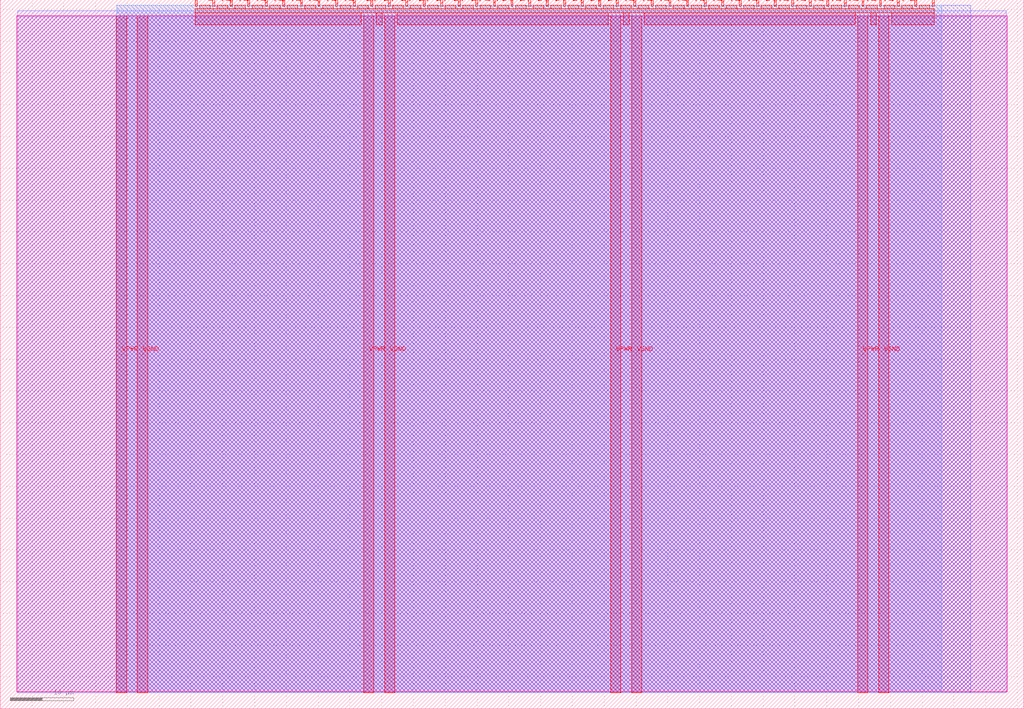
<source format=lef>
VERSION 5.7 ;
  NOWIREEXTENSIONATPIN ON ;
  DIVIDERCHAR "/" ;
  BUSBITCHARS "[]" ;
MACRO tt_um_algofoogle_tt09_ring_osc
  CLASS BLOCK ;
  FOREIGN tt_um_algofoogle_tt09_ring_osc ;
  ORIGIN 0.000 0.000 ;
  SIZE 161.000 BY 111.520 ;
  PIN VGND
    DIRECTION INOUT ;
    USE GROUND ;
    PORT
      LAYER met4 ;
        RECT 21.580 2.480 23.180 109.040 ;
    END
    PORT
      LAYER met4 ;
        RECT 60.450 2.480 62.050 109.040 ;
    END
    PORT
      LAYER met4 ;
        RECT 99.320 2.480 100.920 109.040 ;
    END
    PORT
      LAYER met4 ;
        RECT 138.190 2.480 139.790 109.040 ;
    END
  END VGND
  PIN VPWR
    DIRECTION INOUT ;
    USE POWER ;
    PORT
      LAYER met4 ;
        RECT 18.280 2.480 19.880 109.040 ;
    END
    PORT
      LAYER met4 ;
        RECT 57.150 2.480 58.750 109.040 ;
    END
    PORT
      LAYER met4 ;
        RECT 96.020 2.480 97.620 109.040 ;
    END
    PORT
      LAYER met4 ;
        RECT 134.890 2.480 136.490 109.040 ;
    END
  END VPWR
  PIN clk
    DIRECTION INPUT ;
    USE SIGNAL ;
    PORT
      LAYER met4 ;
        RECT 143.830 110.520 144.130 111.520 ;
    END
  END clk
  PIN ena
    DIRECTION INPUT ;
    USE SIGNAL ;
    ANTENNAGATEAREA 0.196500 ;
    PORT
      LAYER met4 ;
        RECT 146.590 110.520 146.890 111.520 ;
    END
  END ena
  PIN rst_n
    DIRECTION INPUT ;
    USE SIGNAL ;
    ANTENNAGATEAREA 0.196500 ;
    PORT
      LAYER met4 ;
        RECT 141.070 110.520 141.370 111.520 ;
    END
  END rst_n
  PIN ui_in[0]
    DIRECTION INPUT ;
    USE SIGNAL ;
    ANTENNAGATEAREA 0.196500 ;
    PORT
      LAYER met4 ;
        RECT 138.310 110.520 138.610 111.520 ;
    END
  END ui_in[0]
  PIN ui_in[1]
    DIRECTION INPUT ;
    USE SIGNAL ;
    ANTENNAGATEAREA 0.196500 ;
    PORT
      LAYER met4 ;
        RECT 135.550 110.520 135.850 111.520 ;
    END
  END ui_in[1]
  PIN ui_in[2]
    DIRECTION INPUT ;
    USE SIGNAL ;
    ANTENNAGATEAREA 0.196500 ;
    PORT
      LAYER met4 ;
        RECT 132.790 110.520 133.090 111.520 ;
    END
  END ui_in[2]
  PIN ui_in[3]
    DIRECTION INPUT ;
    USE SIGNAL ;
    ANTENNAGATEAREA 0.196500 ;
    PORT
      LAYER met4 ;
        RECT 130.030 110.520 130.330 111.520 ;
    END
  END ui_in[3]
  PIN ui_in[4]
    DIRECTION INPUT ;
    USE SIGNAL ;
    ANTENNAGATEAREA 0.196500 ;
    PORT
      LAYER met4 ;
        RECT 127.270 110.520 127.570 111.520 ;
    END
  END ui_in[4]
  PIN ui_in[5]
    DIRECTION INPUT ;
    USE SIGNAL ;
    ANTENNAGATEAREA 0.196500 ;
    PORT
      LAYER met4 ;
        RECT 124.510 110.520 124.810 111.520 ;
    END
  END ui_in[5]
  PIN ui_in[6]
    DIRECTION INPUT ;
    USE SIGNAL ;
    ANTENNAGATEAREA 0.196500 ;
    PORT
      LAYER met4 ;
        RECT 121.750 110.520 122.050 111.520 ;
    END
  END ui_in[6]
  PIN ui_in[7]
    DIRECTION INPUT ;
    USE SIGNAL ;
    ANTENNAGATEAREA 0.196500 ;
    PORT
      LAYER met4 ;
        RECT 118.990 110.520 119.290 111.520 ;
    END
  END ui_in[7]
  PIN uio_in[0]
    DIRECTION INPUT ;
    USE SIGNAL ;
    ANTENNAGATEAREA 0.196500 ;
    PORT
      LAYER met4 ;
        RECT 116.230 110.520 116.530 111.520 ;
    END
  END uio_in[0]
  PIN uio_in[1]
    DIRECTION INPUT ;
    USE SIGNAL ;
    ANTENNAGATEAREA 0.196500 ;
    PORT
      LAYER met4 ;
        RECT 113.470 110.520 113.770 111.520 ;
    END
  END uio_in[1]
  PIN uio_in[2]
    DIRECTION INPUT ;
    USE SIGNAL ;
    ANTENNAGATEAREA 0.196500 ;
    PORT
      LAYER met4 ;
        RECT 110.710 110.520 111.010 111.520 ;
    END
  END uio_in[2]
  PIN uio_in[3]
    DIRECTION INPUT ;
    USE SIGNAL ;
    ANTENNAGATEAREA 0.196500 ;
    PORT
      LAYER met4 ;
        RECT 107.950 110.520 108.250 111.520 ;
    END
  END uio_in[3]
  PIN uio_in[4]
    DIRECTION INPUT ;
    USE SIGNAL ;
    ANTENNAGATEAREA 0.196500 ;
    PORT
      LAYER met4 ;
        RECT 105.190 110.520 105.490 111.520 ;
    END
  END uio_in[4]
  PIN uio_in[5]
    DIRECTION INPUT ;
    USE SIGNAL ;
    ANTENNAGATEAREA 0.196500 ;
    PORT
      LAYER met4 ;
        RECT 102.430 110.520 102.730 111.520 ;
    END
  END uio_in[5]
  PIN uio_in[6]
    DIRECTION INPUT ;
    USE SIGNAL ;
    ANTENNAGATEAREA 0.196500 ;
    PORT
      LAYER met4 ;
        RECT 99.670 110.520 99.970 111.520 ;
    END
  END uio_in[6]
  PIN uio_in[7]
    DIRECTION INPUT ;
    USE SIGNAL ;
    ANTENNAGATEAREA 0.196500 ;
    PORT
      LAYER met4 ;
        RECT 96.910 110.520 97.210 111.520 ;
    END
  END uio_in[7]
  PIN uio_oe[0]
    DIRECTION OUTPUT ;
    USE SIGNAL ;
    PORT
      LAYER met4 ;
        RECT 49.990 110.520 50.290 111.520 ;
    END
  END uio_oe[0]
  PIN uio_oe[1]
    DIRECTION OUTPUT ;
    USE SIGNAL ;
    PORT
      LAYER met4 ;
        RECT 47.230 110.520 47.530 111.520 ;
    END
  END uio_oe[1]
  PIN uio_oe[2]
    DIRECTION OUTPUT ;
    USE SIGNAL ;
    PORT
      LAYER met4 ;
        RECT 44.470 110.520 44.770 111.520 ;
    END
  END uio_oe[2]
  PIN uio_oe[3]
    DIRECTION OUTPUT ;
    USE SIGNAL ;
    PORT
      LAYER met4 ;
        RECT 41.710 110.520 42.010 111.520 ;
    END
  END uio_oe[3]
  PIN uio_oe[4]
    DIRECTION OUTPUT ;
    USE SIGNAL ;
    PORT
      LAYER met4 ;
        RECT 38.950 110.520 39.250 111.520 ;
    END
  END uio_oe[4]
  PIN uio_oe[5]
    DIRECTION OUTPUT ;
    USE SIGNAL ;
    PORT
      LAYER met4 ;
        RECT 36.190 110.520 36.490 111.520 ;
    END
  END uio_oe[5]
  PIN uio_oe[6]
    DIRECTION OUTPUT ;
    USE SIGNAL ;
    PORT
      LAYER met4 ;
        RECT 33.430 110.520 33.730 111.520 ;
    END
  END uio_oe[6]
  PIN uio_oe[7]
    DIRECTION OUTPUT ;
    USE SIGNAL ;
    PORT
      LAYER met4 ;
        RECT 30.670 110.520 30.970 111.520 ;
    END
  END uio_oe[7]
  PIN uio_out[0]
    DIRECTION OUTPUT ;
    USE SIGNAL ;
    PORT
      LAYER met4 ;
        RECT 72.070 110.520 72.370 111.520 ;
    END
  END uio_out[0]
  PIN uio_out[1]
    DIRECTION OUTPUT ;
    USE SIGNAL ;
    PORT
      LAYER met4 ;
        RECT 69.310 110.520 69.610 111.520 ;
    END
  END uio_out[1]
  PIN uio_out[2]
    DIRECTION OUTPUT ;
    USE SIGNAL ;
    PORT
      LAYER met4 ;
        RECT 66.550 110.520 66.850 111.520 ;
    END
  END uio_out[2]
  PIN uio_out[3]
    DIRECTION OUTPUT ;
    USE SIGNAL ;
    PORT
      LAYER met4 ;
        RECT 63.790 110.520 64.090 111.520 ;
    END
  END uio_out[3]
  PIN uio_out[4]
    DIRECTION OUTPUT ;
    USE SIGNAL ;
    PORT
      LAYER met4 ;
        RECT 61.030 110.520 61.330 111.520 ;
    END
  END uio_out[4]
  PIN uio_out[5]
    DIRECTION OUTPUT ;
    USE SIGNAL ;
    PORT
      LAYER met4 ;
        RECT 58.270 110.520 58.570 111.520 ;
    END
  END uio_out[5]
  PIN uio_out[6]
    DIRECTION OUTPUT ;
    USE SIGNAL ;
    PORT
      LAYER met4 ;
        RECT 55.510 110.520 55.810 111.520 ;
    END
  END uio_out[6]
  PIN uio_out[7]
    DIRECTION OUTPUT ;
    USE SIGNAL ;
    PORT
      LAYER met4 ;
        RECT 52.750 110.520 53.050 111.520 ;
    END
  END uio_out[7]
  PIN uo_out[0]
    DIRECTION OUTPUT ;
    USE SIGNAL ;
    ANTENNADIFFAREA 0.445500 ;
    PORT
      LAYER met4 ;
        RECT 94.150 110.520 94.450 111.520 ;
    END
  END uo_out[0]
  PIN uo_out[1]
    DIRECTION OUTPUT ;
    USE SIGNAL ;
    ANTENNADIFFAREA 0.445500 ;
    PORT
      LAYER met4 ;
        RECT 91.390 110.520 91.690 111.520 ;
    END
  END uo_out[1]
  PIN uo_out[2]
    DIRECTION OUTPUT ;
    USE SIGNAL ;
    PORT
      LAYER met4 ;
        RECT 88.630 110.520 88.930 111.520 ;
    END
  END uo_out[2]
  PIN uo_out[3]
    DIRECTION OUTPUT ;
    USE SIGNAL ;
    PORT
      LAYER met4 ;
        RECT 85.870 110.520 86.170 111.520 ;
    END
  END uo_out[3]
  PIN uo_out[4]
    DIRECTION OUTPUT ;
    USE SIGNAL ;
    PORT
      LAYER met4 ;
        RECT 83.110 110.520 83.410 111.520 ;
    END
  END uo_out[4]
  PIN uo_out[5]
    DIRECTION OUTPUT ;
    USE SIGNAL ;
    PORT
      LAYER met4 ;
        RECT 80.350 110.520 80.650 111.520 ;
    END
  END uo_out[5]
  PIN uo_out[6]
    DIRECTION OUTPUT ;
    USE SIGNAL ;
    PORT
      LAYER met4 ;
        RECT 77.590 110.520 77.890 111.520 ;
    END
  END uo_out[6]
  PIN uo_out[7]
    DIRECTION OUTPUT ;
    USE SIGNAL ;
    PORT
      LAYER met4 ;
        RECT 74.830 110.520 75.130 111.520 ;
    END
  END uo_out[7]
  OBS
      LAYER nwell ;
        RECT 2.570 2.635 158.430 108.990 ;
      LAYER li1 ;
        RECT 2.760 2.635 158.240 108.885 ;
      LAYER met1 ;
        RECT 2.760 2.480 158.240 109.780 ;
      LAYER met2 ;
        RECT 18.310 2.535 152.620 110.685 ;
      LAYER met3 ;
        RECT 18.290 2.555 148.055 110.665 ;
      LAYER met4 ;
        RECT 31.370 110.120 33.030 110.665 ;
        RECT 34.130 110.120 35.790 110.665 ;
        RECT 36.890 110.120 38.550 110.665 ;
        RECT 39.650 110.120 41.310 110.665 ;
        RECT 42.410 110.120 44.070 110.665 ;
        RECT 45.170 110.120 46.830 110.665 ;
        RECT 47.930 110.120 49.590 110.665 ;
        RECT 50.690 110.120 52.350 110.665 ;
        RECT 53.450 110.120 55.110 110.665 ;
        RECT 56.210 110.120 57.870 110.665 ;
        RECT 58.970 110.120 60.630 110.665 ;
        RECT 61.730 110.120 63.390 110.665 ;
        RECT 64.490 110.120 66.150 110.665 ;
        RECT 67.250 110.120 68.910 110.665 ;
        RECT 70.010 110.120 71.670 110.665 ;
        RECT 72.770 110.120 74.430 110.665 ;
        RECT 75.530 110.120 77.190 110.665 ;
        RECT 78.290 110.120 79.950 110.665 ;
        RECT 81.050 110.120 82.710 110.665 ;
        RECT 83.810 110.120 85.470 110.665 ;
        RECT 86.570 110.120 88.230 110.665 ;
        RECT 89.330 110.120 90.990 110.665 ;
        RECT 92.090 110.120 93.750 110.665 ;
        RECT 94.850 110.120 96.510 110.665 ;
        RECT 97.610 110.120 99.270 110.665 ;
        RECT 100.370 110.120 102.030 110.665 ;
        RECT 103.130 110.120 104.790 110.665 ;
        RECT 105.890 110.120 107.550 110.665 ;
        RECT 108.650 110.120 110.310 110.665 ;
        RECT 111.410 110.120 113.070 110.665 ;
        RECT 114.170 110.120 115.830 110.665 ;
        RECT 116.930 110.120 118.590 110.665 ;
        RECT 119.690 110.120 121.350 110.665 ;
        RECT 122.450 110.120 124.110 110.665 ;
        RECT 125.210 110.120 126.870 110.665 ;
        RECT 127.970 110.120 129.630 110.665 ;
        RECT 130.730 110.120 132.390 110.665 ;
        RECT 133.490 110.120 135.150 110.665 ;
        RECT 136.250 110.120 137.910 110.665 ;
        RECT 139.010 110.120 140.670 110.665 ;
        RECT 141.770 110.120 143.430 110.665 ;
        RECT 144.530 110.120 146.190 110.665 ;
        RECT 30.655 109.440 146.905 110.120 ;
        RECT 30.655 107.615 56.750 109.440 ;
        RECT 59.150 107.615 60.050 109.440 ;
        RECT 62.450 107.615 95.620 109.440 ;
        RECT 98.020 107.615 98.920 109.440 ;
        RECT 101.320 107.615 134.490 109.440 ;
        RECT 136.890 107.615 137.790 109.440 ;
        RECT 140.190 107.615 146.905 109.440 ;
  END
END tt_um_algofoogle_tt09_ring_osc
END LIBRARY


</source>
